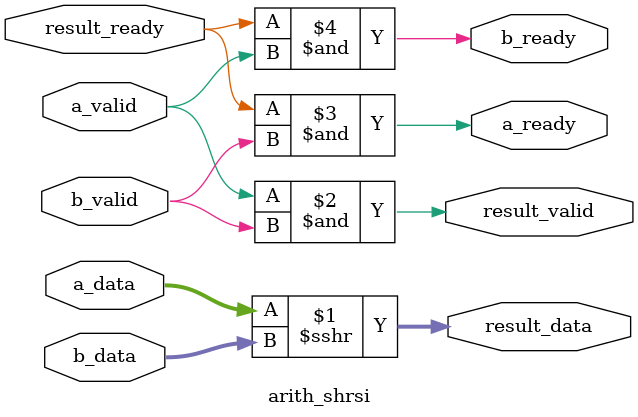
<source format=sv>
module arith_shrsi #(parameter int WIDTH = 32) (
    input  logic             a_valid,
    output logic             a_ready,
    input  logic [WIDTH-1:0] a_data,
    input  logic             b_valid,
    output logic             b_ready,
    input  logic [WIDTH-1:0] b_data,
    output logic             result_valid,
    input  logic             result_ready,
    output logic [WIDTH-1:0] result_data
);
  assign result_data  = $signed(a_data) >>> b_data;
  assign result_valid = a_valid & b_valid;
  assign a_ready      = result_ready & b_valid;
  assign b_ready      = result_ready & a_valid;
endmodule

</source>
